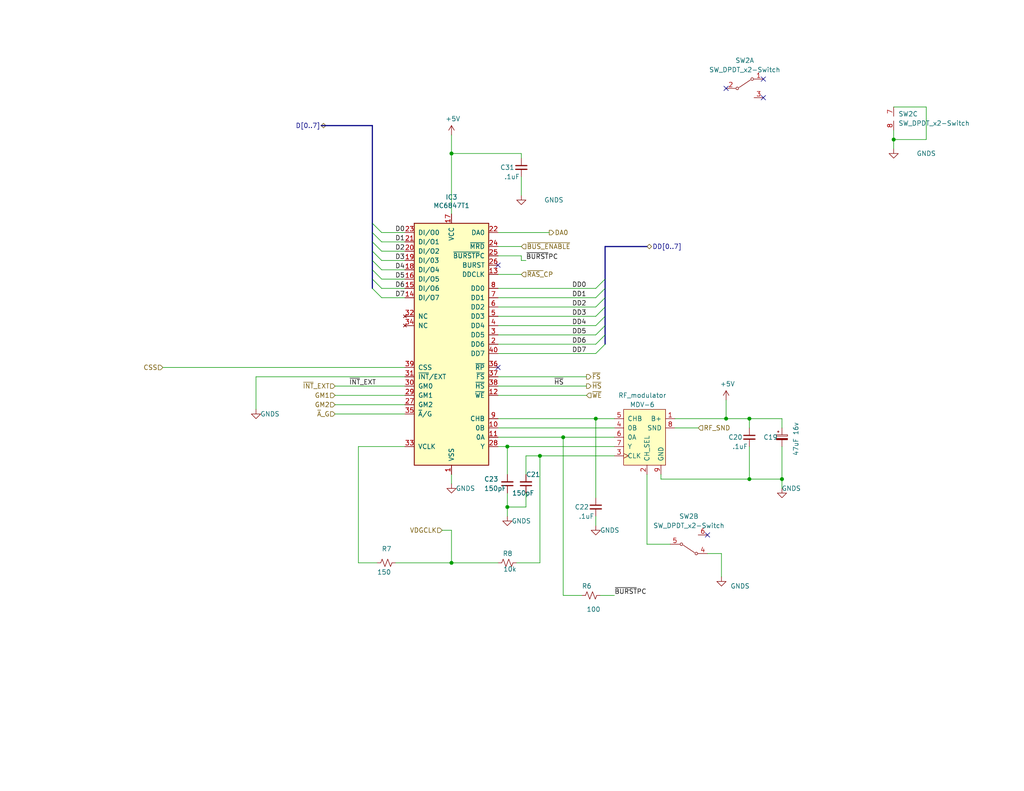
<source format=kicad_sch>
(kicad_sch (version 20230121) (generator eeschema)
  (paper "A")
  (title_block (title "TRS-80 Color Computer 2 (26-3134B & 26-3136B)") (date "2022-10-07") (rev "1.0.0") (company "Tandy Corporation") (comment 1 "Board # 20261058") (comment 3 "Reference board donated by MrDave6309") (comment 4 "Kicad schematic capture by Rocky Hill"))
  (lib_symbols
    (symbol "RF_Module_Tandy:RF_modulator_313xA" (pin_names (offset 1.016))
      (property "Reference" "U" (at 1.27 0 0))
      (property "Value" "RF_modulator_313xA" (at 3.81 -2.54 0))
      (symbol "RF_modulator_313xA_0_1"
        (rectangle (start -3.81 -3.81) (end 7.62 -19.05) (fill (type background)))
      )
      (symbol "RF_modulator_313xA_1_1"
        (pin power_in line (at 10.16 -6.35 180) (length 2.54) (name "B+") (number "1"))
        (pin input line (at 2.54 -21.59 90) (length 2.54) (name "CH_SEL") (number "2"))
        (pin input clock (at -6.35 -16.51 0) (length 2.54) (name "CLK") (number "3"))
        (pin input line (at -6.35 -8.89 0) (length 2.54) (name "0B") (number "4"))
        (pin input line (at -6.35 -6.35 0) (length 2.54) (name "CHB") (number "5"))
        (pin input line (at -6.35 -11.43 0) (length 2.54) (name "0A") (number "6"))
        (pin input line (at -6.35 -13.97 0) (length 2.54) (name "Y") (number "7"))
        (pin input line (at 10.16 -8.89 180) (length 2.54) (name "SND") (number "8"))
        (pin power_in line (at 6.35 -21.59 90) (length 2.54) (name "GND") (number "9"))
      )
    )
    (symbol "coco2-rescue:+5V-power" (power) (pin_names (offset 0))
      (property "Value" "+5V-power" (at 0 3.556 0))
      (symbol "+5V-power_0_1"
        (polyline (pts (xy -0.762 1.27) (xy 0 2.54)))
        (polyline (pts (xy 0 0) (xy 0 2.54)))
        (polyline (pts (xy 0 2.54) (xy 0.762 1.27)))
      )
      (symbol "+5V-power_1_1"
        (pin power_in line (at 0 0 90) (length 0) hide (name "+5V") (number "1"))
      )
    )
    (symbol "coco2-rescue:CP_Small-Device" (pin_numbers hide) (pin_names (offset 0.254) hide)
      (property "Reference" "C" (at 0.254 1.778 0))
      (property "Value" "CP_Small-Device" (at 0.254 -2.032 0))
      (symbol "CP_Small-Device_0_1"
        (rectangle (start -1.524 -0.3048) (end 1.524 -0.6858) (fill (type outline)))
        (rectangle (start -1.524 0.6858) (end 1.524 0.3048))
        (polyline (pts (xy -1.27 1.524) (xy -0.762 1.524)))
        (polyline (pts (xy -1.016 1.27) (xy -1.016 1.778)))
      )
      (symbol "CP_Small-Device_1_1"
        (pin passive line (at 0 2.54 270) (length 1.8542) (name "~") (number "1"))
        (pin passive line (at 0 -2.54 90) (length 1.8542) (name "~") (number "2"))
      )
    )
    (symbol "coco2-rescue:C_Small-Device" (pin_numbers hide) (pin_names (offset 0.254) hide)
      (property "Reference" "C" (at 0.254 1.778 0))
      (property "Value" "C_Small-Device" (at 0.254 -2.032 0))
      (symbol "C_Small-Device_0_1"
        (polyline (pts (xy -1.524 -0.508) (xy 1.524 -0.508)) (stroke (width 0.3302)))
        (polyline (pts (xy -1.524 0.508) (xy 1.524 0.508)) (stroke (width 0.3048)))
      )
      (symbol "C_Small-Device_1_1"
        (pin passive line (at 0 2.54 270) (length 2.032) (name "~") (number "1"))
        (pin passive line (at 0 -2.54 90) (length 2.032) (name "~") (number "2"))
      )
    )
    (symbol "coco2-rescue:GNDS-power" (power) (pin_names (offset 0))
      (property "Value" "GNDS-power" (at 0 -3.81 0))
      (symbol "GNDS-power_0_1"
        (polyline (pts (xy 0 0) (xy 0 -1.27) (xy 1.27 -1.27) (xy 0 -2.54) (xy -1.27 -1.27) (xy 0 -1.27)))
      )
      (symbol "GNDS-power_1_1"
        (pin power_in line (at 0 0 270) (length 0) hide (name "GNDS") (number "1"))
      )
    )
    (symbol "coco2-rescue:R_Small_US-Device" (pin_numbers hide) (pin_names (offset 0.254) hide)
      (property "Reference" "R" (at 0.762 0.508 0))
      (property "Value" "R_Small_US-Device" (at 0.762 -1.016 0))
      (symbol "R_Small_US-Device_1_1"
        (polyline (pts (xy 0 0) (xy 1.016 -0.381) (xy 0 -0.762) (xy -1.016 -1.143) (xy 0 -1.524)))
        (polyline (pts (xy 0 1.524) (xy 1.016 1.143) (xy 0 0.762) (xy -1.016 0.381) (xy 0 0)))
        (pin passive line (at 0 2.54 270) (length 1.016) (name "~") (number "1"))
        (pin passive line (at 0 -2.54 90) (length 1.016) (name "~") (number "2"))
      )
    )
    (symbol "coco2:MC6847T1" (pin_names (offset 1.016))
      (property "Reference" "U" (at -7.62 34.544 0))
      (property "Value" "MC6847T1" (at 10.16 34.544 0))
      (symbol "MC6847T1_0_1"
        (rectangle (start -10.16 -33.02) (end 10.16 33.02) (stroke (width 0.254)) (fill (type background)))
      )
      (symbol "MC6847T1_1_1"
        (pin power_in line (at 0 -35.56 90) (length 2.54) (name "VSS") (number "1"))
        (pin output line (at 12.7 -22.86 180) (length 2.54) (name "0B") (number "10"))
        (pin output line (at 12.7 -25.4 180) (length 2.54) (name "0A") (number "11"))
        (pin input line (at 12.7 -13.97 180) (length 2.54) (name "~{WE}") (number "12"))
        (pin input line (at 12.7 19.05 180) (length 2.54) (name "DDCLK") (number "13"))
        (pin bidirectional line (at -12.7 12.7 0) (length 2.54) (name "DI/O7") (number "14"))
        (pin bidirectional line (at -12.7 15.24 0) (length 2.54) (name "DI/O6") (number "15"))
        (pin bidirectional line (at -12.7 17.78 0) (length 2.54) (name "DI/O5") (number "16"))
        (pin power_in line (at 0 35.56 270) (length 2.54) (name "VCC") (number "17"))
        (pin bidirectional line (at -12.7 20.32 0) (length 2.54) (name "DI/O4") (number "18"))
        (pin bidirectional line (at -12.7 22.86 0) (length 2.54) (name "DI/03") (number "19"))
        (pin bidirectional line (at 12.7 0 180) (length 2.54) (name "DD6") (number "2"))
        (pin bidirectional line (at -12.7 25.4 0) (length 2.54) (name "DI/O2") (number "20"))
        (pin bidirectional line (at -12.7 27.94 0) (length 2.54) (name "DI/O1") (number "21"))
        (pin output line (at 12.7 30.48 180) (length 2.54) (name "DA0") (number "22"))
        (pin bidirectional line (at -12.7 30.48 0) (length 2.54) (name "DI/O0") (number "23"))
        (pin input line (at 12.7 26.67 180) (length 2.54) (name "~{MRD}") (number "24"))
        (pin output line (at 12.7 24.13 180) (length 2.54) (name "~{BURSTP}C") (number "25"))
        (pin output line (at 12.7 21.59 180) (length 2.54) (name "BURST") (number "26"))
        (pin input line (at -12.7 -16.51 0) (length 2.54) (name "GM2") (number "27"))
        (pin output line (at 12.7 -27.94 180) (length 2.54) (name "Y") (number "28"))
        (pin input line (at -12.7 -13.97 0) (length 2.54) (name "GM1") (number "29"))
        (pin bidirectional line (at 12.7 2.54 180) (length 2.54) (name "DD5") (number "3"))
        (pin input line (at -12.7 -11.43 0) (length 2.54) (name "GM0") (number "30"))
        (pin input line (at -12.7 -8.89 0) (length 2.54) (name "~{INT}/EXT") (number "31"))
        (pin no_connect line (at -12.7 7.62 0) (length 2.54) (name "NC") (number "32"))
        (pin input line (at -12.7 -27.94 0) (length 2.54) (name "VCLK") (number "33"))
        (pin no_connect line (at -12.7 5.08 0) (length 2.54) (name "NC") (number "34"))
        (pin input line (at -12.7 -19.05 0) (length 2.54) (name "~{A}/G") (number "35"))
        (pin output line (at 12.7 -6.35 180) (length 2.54) (name "~{RP}") (number "36"))
        (pin output line (at 12.7 -8.89 180) (length 2.54) (name "~{FS}") (number "37"))
        (pin output line (at 12.7 -11.43 180) (length 2.54) (name "~{HS}") (number "38"))
        (pin input line (at -12.7 -6.35 0) (length 2.54) (name "CSS") (number "39"))
        (pin bidirectional line (at 12.7 5.08 180) (length 2.54) (name "DD4") (number "4"))
        (pin bidirectional line (at 12.7 -2.54 180) (length 2.54) (name "DD7") (number "40"))
        (pin bidirectional line (at 12.7 7.62 180) (length 2.54) (name "DD3") (number "5"))
        (pin bidirectional line (at 12.7 10.16 180) (length 2.54) (name "DD2") (number "6"))
        (pin bidirectional line (at 12.7 12.7 180) (length 2.54) (name "DD1") (number "7"))
        (pin bidirectional line (at 12.7 15.24 180) (length 2.54) (name "DD0") (number "8"))
        (pin output line (at 12.7 -20.32 180) (length 2.54) (name "CHB") (number "9"))
      )
    )
    (symbol "coco2:SW_DPDT_x2-Switch" (pin_names (offset 0) hide)
      (property "Reference" "SW" (at 0 4.318 0))
      (property "Value" "SW_DPDT_x2-Switch" (at 0 -5.08 0))
      (symbol "SW_DPDT_x2-Switch_1_1"
        (circle (center -2.032 0) (radius 0.3592))
        (polyline (pts (xy -1.524 0.254) (xy 1.524 2.286)))
        (circle (center 2.032 2.54) (radius 0.3592))
        (pin passive line (at 5.08 2.54 180) (length 2.54) (name "A") (number "1"))
        (pin passive line (at -5.08 0 0) (length 2.54) (name "B") (number "2"))
        (pin passive line (at 5.08 -2.54 180) (length 2.54) (name "C") (number "3"))
      )
      (symbol "SW_DPDT_x2-Switch_2_1"
        (circle (center -2.032 0) (radius 0.3592))
        (polyline (pts (xy -1.524 0.254) (xy 1.524 2.286)))
        (circle (center 2.032 2.54) (radius 0.3592))
        (pin passive line (at 5.08 2.54 180) (length 2.54) (name "A") (number "4"))
        (pin passive line (at -5.08 0 0) (length 2.54) (name "B") (number "5"))
        (pin passive line (at 5.08 -2.54 180) (length 2.54) (name "C") (number "6"))
      )
      (symbol "SW_DPDT_x2-Switch_3_1"
        (pin passive line (at 2.54 2.54 270) (length 2.54) (name "GNDS") (number "7"))
        (pin passive line (at 2.54 -3.81 90) (length 2.54) (name "GNDS") (number "8"))
      )
    )
  )
  (junction (at 123.19 153.67))
  (junction (at 198.12 114.3))
  (junction (at 204.47 130.81))
  (junction (at 138.43 138.43))
  (junction (at 153.67 119.38))
  (junction (at 162.56 114.3))
  (junction (at 138.43 121.92))
  (junction (at 213.36 130.81))
  (junction (at 204.47 114.3))
  (junction (at 243.84 38.1))
  (junction (at 123.19 41.91))
  (junction (at 147.32 124.46))
  (no_connect (at 135.89 72.39))
  (no_connect (at 193.04 146.05))
  (no_connect (at 198.12 24.13))
  (no_connect (at 135.89 100.33))
  (no_connect (at 208.28 21.59))
  (no_connect (at 208.28 26.67))
  (bus_entry (at 101.6 73.66) (size 2.54 2.54))
  (bus_entry (at 162.56 83.82) (size 2.54 -2.54))
  (bus_entry (at 101.6 71.12) (size 2.54 2.54))
  (bus_entry (at 162.56 91.44) (size 2.54 -2.54))
  (bus_entry (at 162.56 81.28) (size 2.54 -2.54))
  (bus_entry (at 101.6 66.04) (size 2.54 2.54))
  (bus_entry (at 101.6 68.58) (size 2.54 2.54))
  (bus_entry (at 162.56 78.74) (size 2.54 -2.54))
  (bus_entry (at 162.56 86.36) (size 2.54 -2.54))
  (bus_entry (at 162.56 93.98) (size 2.54 -2.54))
  (bus_entry (at 101.6 78.74) (size 2.54 2.54))
  (bus_entry (at 162.56 88.9) (size 2.54 -2.54))
  (bus_entry (at 101.6 63.5) (size 2.54 2.54))
  (bus_entry (at 101.6 76.2) (size 2.54 2.54))
  (bus_entry (at 101.6 60.96) (size 2.54 2.54))
  (bus_entry (at 162.56 96.52) (size 2.54 -2.54))
  (wire (pts (xy 135.89 91.44) (xy 162.56 91.44)))
  (bus (pts (xy 101.6 63.5) (xy 101.6 66.04)))
  (wire (pts (xy 198.12 114.3) (xy 198.12 109.22)))
  (wire (pts (xy 110.49 81.28) (xy 104.14 81.28)))
  (bus (pts (xy 101.6 34.29) (xy 101.6 60.96)))
  (wire (pts (xy 198.12 114.3) (xy 204.47 114.3)))
  (wire (pts (xy 213.36 114.3) (xy 204.47 114.3)))
  (wire (pts (xy 213.36 121.92) (xy 213.36 130.81)))
  (wire (pts (xy 138.43 129.54) (xy 138.43 121.92)))
  (wire (pts (xy 142.24 69.85) (xy 142.24 71.12)))
  (wire (pts (xy 180.34 130.81) (xy 204.47 130.81)))
  (wire (pts (xy 135.89 88.9) (xy 162.56 88.9)))
  (wire (pts (xy 184.15 114.3) (xy 198.12 114.3)))
  (wire (pts (xy 162.56 114.3) (xy 167.64 114.3)))
  (wire (pts (xy 107.95 153.67) (xy 123.19 153.67)))
  (wire (pts (xy 123.19 129.54) (xy 123.19 132.08)))
  (wire (pts (xy 153.67 162.56) (xy 153.67 119.38)))
  (wire (pts (xy 135.89 69.85) (xy 142.24 69.85)))
  (wire (pts (xy 153.67 119.38) (xy 167.64 119.38)))
  (wire (pts (xy 153.67 162.56) (xy 158.75 162.56)))
  (wire (pts (xy 110.49 110.49) (xy 91.44 110.49)))
  (wire (pts (xy 135.89 119.38) (xy 153.67 119.38)))
  (wire (pts (xy 176.53 148.59) (xy 182.88 148.59)))
  (bus (pts (xy 101.6 68.58) (xy 101.6 71.12)))
  (wire (pts (xy 196.85 151.13) (xy 196.85 157.48)))
  (wire (pts (xy 142.24 48.26) (xy 142.24 53.34)))
  (wire (pts (xy 252.73 29.21) (xy 252.73 38.1)))
  (bus (pts (xy 101.6 76.2) (xy 101.6 78.74)))
  (wire (pts (xy 97.79 121.92) (xy 97.79 153.67)))
  (wire (pts (xy 135.89 67.31) (xy 142.24 67.31)))
  (wire (pts (xy 243.84 35.56) (xy 243.84 38.1)))
  (wire (pts (xy 213.36 130.81) (xy 204.47 130.81)))
  (wire (pts (xy 97.79 153.67) (xy 102.87 153.67)))
  (wire (pts (xy 143.51 134.62) (xy 143.51 138.43)))
  (wire (pts (xy 135.89 93.98) (xy 162.56 93.98)))
  (wire (pts (xy 180.34 130.81) (xy 180.34 129.54)))
  (wire (pts (xy 252.73 38.1) (xy 243.84 38.1)))
  (wire (pts (xy 110.49 76.2) (xy 104.14 76.2)))
  (wire (pts (xy 44.45 100.33) (xy 110.49 100.33)))
  (bus (pts (xy 165.1 91.44) (xy 165.1 93.98)))
  (wire (pts (xy 204.47 121.92) (xy 204.47 130.81)))
  (wire (pts (xy 138.43 134.62) (xy 138.43 138.43)))
  (wire (pts (xy 123.19 41.91) (xy 123.19 58.42)))
  (bus (pts (xy 87.63 34.29) (xy 101.6 34.29)))
  (wire (pts (xy 193.04 151.13) (xy 196.85 151.13)))
  (wire (pts (xy 123.19 36.83) (xy 123.19 41.91)))
  (wire (pts (xy 104.14 68.58) (xy 110.49 68.58)))
  (wire (pts (xy 135.89 121.92) (xy 138.43 121.92)))
  (wire (pts (xy 143.51 129.54) (xy 143.51 124.46)))
  (wire (pts (xy 147.32 124.46) (xy 147.32 153.67)))
  (wire (pts (xy 176.53 148.59) (xy 176.53 129.54)))
  (wire (pts (xy 135.89 114.3) (xy 162.56 114.3)))
  (wire (pts (xy 142.24 41.91) (xy 123.19 41.91)))
  (wire (pts (xy 143.51 138.43) (xy 138.43 138.43)))
  (wire (pts (xy 162.56 140.97) (xy 162.56 143.51)))
  (wire (pts (xy 243.84 29.21) (xy 252.73 29.21)))
  (bus (pts (xy 101.6 66.04) (xy 101.6 68.58)))
  (wire (pts (xy 184.15 116.84) (xy 190.5 116.84)))
  (wire (pts (xy 135.89 107.95) (xy 160.02 107.95)))
  (wire (pts (xy 110.49 113.03) (xy 91.44 113.03)))
  (bus (pts (xy 165.1 81.28) (xy 165.1 83.82)))
  (bus (pts (xy 165.1 67.31) (xy 176.53 67.31)))
  (wire (pts (xy 123.19 153.67) (xy 135.89 153.67)))
  (wire (pts (xy 104.14 78.74) (xy 110.49 78.74)))
  (wire (pts (xy 120.65 144.78) (xy 123.19 144.78)))
  (wire (pts (xy 135.89 81.28) (xy 162.56 81.28)))
  (wire (pts (xy 135.89 83.82) (xy 162.56 83.82)))
  (wire (pts (xy 135.89 86.36) (xy 162.56 86.36)))
  (wire (pts (xy 135.89 105.41) (xy 160.02 105.41)))
  (wire (pts (xy 140.97 153.67) (xy 147.32 153.67)))
  (bus (pts (xy 165.1 86.36) (xy 165.1 88.9)))
  (wire (pts (xy 142.24 74.93) (xy 135.89 74.93)))
  (wire (pts (xy 135.89 78.74) (xy 162.56 78.74)))
  (wire (pts (xy 213.36 130.81) (xy 213.36 133.35)))
  (bus (pts (xy 165.1 76.2) (xy 165.1 78.74)))
  (wire (pts (xy 110.49 121.92) (xy 97.79 121.92)))
  (wire (pts (xy 162.56 114.3) (xy 162.56 135.89)))
  (wire (pts (xy 135.89 96.52) (xy 162.56 96.52)))
  (wire (pts (xy 69.85 102.87) (xy 69.85 111.76)))
  (bus (pts (xy 165.1 67.31) (xy 165.1 76.2)))
  (wire (pts (xy 138.43 121.92) (xy 167.64 121.92)))
  (wire (pts (xy 243.84 38.1) (xy 243.84 40.64)))
  (bus (pts (xy 165.1 83.82) (xy 165.1 86.36)))
  (wire (pts (xy 142.24 71.12) (xy 143.51 71.12)))
  (wire (pts (xy 147.32 124.46) (xy 167.64 124.46)))
  (wire (pts (xy 149.86 63.5) (xy 135.89 63.5)))
  (wire (pts (xy 135.89 116.84) (xy 167.64 116.84)))
  (wire (pts (xy 138.43 138.43) (xy 138.43 140.97)))
  (wire (pts (xy 110.49 102.87) (xy 69.85 102.87)))
  (wire (pts (xy 104.14 73.66) (xy 110.49 73.66)))
  (wire (pts (xy 142.24 43.18) (xy 142.24 41.91)))
  (bus (pts (xy 165.1 78.74) (xy 165.1 81.28)))
  (wire (pts (xy 135.89 102.87) (xy 160.02 102.87)))
  (wire (pts (xy 91.44 105.41) (xy 110.49 105.41)))
  (bus (pts (xy 101.6 71.12) (xy 101.6 73.66)))
  (wire (pts (xy 213.36 116.84) (xy 213.36 114.3)))
  (bus (pts (xy 101.6 73.66) (xy 101.6 76.2)))
  (wire (pts (xy 143.51 124.46) (xy 147.32 124.46)))
  (wire (pts (xy 104.14 63.5) (xy 110.49 63.5)))
  (wire (pts (xy 110.49 66.04) (xy 104.14 66.04)))
  (wire (pts (xy 167.64 162.56) (xy 163.83 162.56)))
  (wire (pts (xy 123.19 144.78) (xy 123.19 153.67)))
  (bus (pts (xy 165.1 88.9) (xy 165.1 91.44)))
  (wire (pts (xy 110.49 71.12) (xy 104.14 71.12)))
  (wire (pts (xy 204.47 114.3) (xy 204.47 116.84)))
  (bus (pts (xy 101.6 60.96) (xy 101.6 63.5)))
  (wire (pts (xy 91.44 107.95) (xy 110.49 107.95)))
  (label "~{INT}_EXT" (at 95.25 105.41 0))
  (label "D2" (at 110.49 68.58 180))
  (label "~{BURST}PC" (at 167.64 162.56 0))
  (label "DD6" (at 160.02 93.98 180))
  (label "DD7" (at 160.02 96.52 180))
  (label "D3" (at 110.49 71.12 180))
  (label "D0" (at 110.49 63.5 180))
  (label "DD5" (at 160.02 91.44 180))
  (label "~{HS}" (at 151.13 105.41 0))
  (label "D4" (at 110.49 73.66 180))
  (label "DD4" (at 160.02 88.9 180))
  (label "D7" (at 110.49 81.28 180))
  (label "D6" (at 110.49 78.74 180))
  (label "~{BURST}PC" (at 143.51 71.12 0))
  (label "DD2" (at 160.02 83.82 180))
  (label "D1" (at 110.49 66.04 180))
  (label "DD1" (at 160.02 81.28 180))
  (label "DD3" (at 160.02 86.36 180))
  (label "D5" (at 110.49 76.2 180))
  (label "DD0" (at 160.02 78.74 180))
  (hierarchical_label "D[0..7]" (shape bidirectional) (at 88.9 34.29 180))
  (hierarchical_label "~{INT}_EXT" (shape input) (at 91.44 105.41 180))
  (hierarchical_label "VDGCLK" (shape input) (at 120.65 144.78 180))
  (hierarchical_label "DA0" (shape output) (at 149.86 63.5 0))
  (hierarchical_label "CSS" (shape input) (at 44.45 100.33 180))
  (hierarchical_label "~{A}_G" (shape input) (at 91.44 113.03 180))
  (hierarchical_label "RF_SND" (shape input) (at 190.5 116.84 0))
  (hierarchical_label "~{HS}" (shape output) (at 160.02 105.41 0))
  (hierarchical_label "~{BUS_ENABLE}" (shape input) (at 142.24 67.31 0))
  (hierarchical_label "~{RAS_}CP" (shape input) (at 142.24 74.93 0))
  (hierarchical_label "GM1" (shape input) (at 91.44 107.95 180))
  (hierarchical_label "GM2" (shape input) (at 91.44 110.49 180))
  (hierarchical_label "~{FS}" (shape output) (at 160.02 102.87 0))
  (hierarchical_label "~{WE}" (shape input) (at 160.02 107.95 0))
  (hierarchical_label "DD[0..7]" (shape bidirectional) (at 176.53 67.31 0))
  (symbol (lib_id "RF_Module_Tandy:RF_modulator_313xA") (at 173.99 107.95 0) (unit 1)
    (property "Reference" "MDV-6" (at 175.26 110.49 0))
    (property "Value" "RF_modulator" (at 175.26 107.95 0))
    (property "Footprint" "coco2:CoCo_2_3134A_RF_Modulator" (effects hide))
  )
  (symbol (lib_id "coco2-rescue:+5V-power") (at 123.19 36.83 0) (unit 1)
    (property "Reference" "#PWR0999051" (effects hide))
    (property "Value" "+5V" (at 123.571 32.4358 0))
  )
  (symbol (lib_id "coco2-rescue:GNDS-power") (at 138.43 140.97 0) (unit 1)
    (property "Reference" "#PWR0999058" (effects hide))
    (property "Value" "GNDS" (at 142.24 142.24 0))
  )
  (symbol (lib_id "coco2-rescue:GNDS-power") (at 213.36 133.35 0) (unit 1)
    (property "Reference" "#PWR0999057" (effects hide))
    (property "Value" "GNDS" (at 215.9 133.35 0))
  )
  (symbol (lib_id "coco2-rescue:+5V-power") (at 198.12 109.22 0) (unit 1)
    (property "Reference" "#PWR0999056" (effects hide))
    (property "Value" "+5V" (at 198.501 104.8258 0))
  )
  (symbol (lib_id "coco2-rescue:R_Small_US-Device") (at 105.41 153.67 270) (unit 1)
    (property "Reference" "R7" (at 104.14 149.86 90) (effects (justify left)))
    (property "Value" "150" (at 102.87 156.21 90) (effects (justify left)))
    (property "Footprint" "Resistor_THT:R_Axial_DIN0207_L6.3mm_D2.5mm_P10.16mm_Horizontal" (effects hide))
    (property "Datasheet" "https://www.seielect.com/catalog/sei-cf_cfm.pdf" (effects hide))
    (property "Vendor" "digikey" (effects hide))
    (property "Vendor part#" "CF14JT150RCT-ND " (effects hide))
    (property "Manufacturer part#" "CF14JT150R" (effects hide))
  )
  (symbol (lib_id "coco2-rescue:R_Small_US-Device") (at 138.43 153.67 270) (unit 1)
    (property "Reference" "R8" (at 137.16 151.13 90) (effects (justify left)))
    (property "Value" "10k" (at 137.287 155.3972 90) (effects (justify left)))
    (property "Footprint" "Resistor_THT:R_Axial_DIN0207_L6.3mm_D2.5mm_P10.16mm_Horizontal" (effects hide))
    (property "Datasheet" "https://www.seielect.com/catalog/sei-cf_cfm.pdf" (effects hide))
    (property "Vendor" "digikey" (effects hide))
    (property "Vendor part#" "CF14JT10K0CT-ND" (effects hide))
    (property "Manufacturer part#" "CF14JT10K0" (effects hide))
  )
  (symbol (lib_id "coco2-rescue:C_Small-Device") (at 138.43 132.08 180) (unit 1)
    (property "Reference" "C23" (at 132.08 130.81 0) (effects (justify right)))
    (property "Value" "150pF" (at 132.08 133.35 0) (effects (justify right)))
    (property "Footprint" "Capacitor_THT:C_Rect_L7.2mm_W2.5mm_P5.00mm_FKS2_FKP2_MKS2_MKP2" (effects hide))
    (property "Datasheet" "https://product.tdk.com/info/en/catalog/datasheets/leadmlcc_halogenfree_fa_en.pdf?ref_disty=digikey" (effects hide))
    (property "Vendor" "digikey" (effects hide))
    (property "Vendor part#" "445-180756-1-ND" (effects hide))
    (property "Manufacturer part#" "FA28C0G2E151JNU06" (effects hide))
  )
  (symbol (lib_id "coco2-rescue:C_Small-Device") (at 143.51 132.08 180) (unit 1)
    (property "Reference" "C21" (at 143.51 129.54 0) (effects (justify right)))
    (property "Value" "150pF" (at 139.7 134.62 0) (effects (justify right)))
    (property "Footprint" "Capacitor_THT:C_Rect_L7.2mm_W2.5mm_P5.00mm_FKS2_FKP2_MKS2_MKP2" (effects hide))
    (property "Datasheet" "https://product.tdk.com/info/en/catalog/datasheets/leadmlcc_halogenfree_fa_en.pdf?ref_disty=digikey" (effects hide))
    (property "Vendor" "digikey" (effects hide))
    (property "Vendor part#" "445-180756-1-ND" (effects hide))
    (property "Manufacturer part#" "FA28C0G2E151JNU06" (effects hide))
  )
  (symbol (lib_id "coco2-rescue:R_Small_US-Device") (at 161.29 162.56 270) (unit 1)
    (property "Reference" "R6" (at 158.75 160.02 90) (effects (justify left)))
    (property "Value" "100" (at 160.02 166.37 90) (effects (justify left)))
    (property "Footprint" "Resistor_THT:R_Axial_DIN0207_L6.3mm_D2.5mm_P10.16mm_Horizontal" (effects hide))
    (property "Datasheet" "https://www.yageo.com/upload/media/product/products/datasheet/lr/Yageo_LR_MFR_1.pdf" (effects hide))
    (property "Vendor" "digikey" (effects hide))
    (property "Vendor part#" "100XBK-ND" (effects hide))
    (property "Manufacturer part#" "MFR-25FBF52-100R" (effects hide))
  )
  (symbol (lib_id "coco2-rescue:C_Small-Device") (at 204.47 119.38 0) (unit 1)
    (property "Reference" "C20" (at 200.66 119.38 0))
    (property "Value" ".1uF" (at 201.93 121.92 0))
    (property "Footprint" "Capacitor_THT:C_Disc_D4.7mm_W2.5mm_P5.00mm" (effects hide))
    (property "Datasheet" " https://search.murata.co.jp/Ceramy/image/img/A01X/G101/ENG/RDE_X7R_250V-1kV_E.pdf" (effects hide))
    (property "Vendor" "digikey" (effects hide))
    (property "Vendor part#" "490-8814-ND" (effects hide))
    (property "Manufacturer part#" "RDER71H104K0K1H03B" (effects hide))
  )
  (symbol (lib_id "coco2-rescue:CP_Small-Device") (at 213.36 119.38 0) (unit 1)
    (property "Reference" "C19" (at 208.28 119.38 0) (effects (justify left)))
    (property "Value" "47uF 16v" (at 217.17 124.46 90) (effects (justify left)))
    (property "Footprint" "Capacitor_THT:CP_Radial_D5.0mm_P2.00mm" (effects hide))
    (property "Datasheet" "https://www.nichicon.co.jp/english/products/pdfs/e-uld.pdf" (effects hide))
    (property "Vendor" "digikey" (effects hide))
    (property "Vendor part#" "493-16246-1-ND" (effects hide))
    (property "Manufacturer part#" "ULD1C470MDD1TD" (effects hide))
  )
  (symbol (lib_id "coco2-rescue:C_Small-Device") (at 142.24 45.72 0) (unit 1)
    (property "Reference" "C31" (at 138.43 45.72 0))
    (property "Value" ".1uF" (at 139.7 48.26 0))
    (property "Footprint" "Capacitor_THT:C_Disc_D4.7mm_W2.5mm_P5.00mm" (effects hide))
    (property "Datasheet" " https://search.murata.co.jp/Ceramy/image/img/A01X/G101/ENG/RDE_X7R_250V-1kV_E.pdf" (effects hide))
    (property "Vendor" "digikey" (effects hide))
    (property "Vendor part#" "490-8814-ND" (effects hide))
    (property "Manufacturer part#" "RDER71H104K0K1H03B" (effects hide))
  )
  (symbol (lib_id "coco2-rescue:GNDS-power") (at 142.24 53.34 0) (unit 1)
    (property "Reference" "#PWR0999052" (effects hide))
    (property "Value" "GNDS" (at 151.13 54.61 0))
  )
  (symbol (lib_id "coco2-rescue:GNDS-power") (at 123.19 132.08 0) (unit 1)
    (property "Reference" "#PWR0117" (effects hide))
    (property "Value" "GNDS" (at 127 133.35 0))
  )
  (symbol (lib_id "coco2-rescue:C_Small-Device") (at 162.56 138.43 0) (unit 1)
    (property "Reference" "C22" (at 158.75 138.43 0))
    (property "Value" ".1uF" (at 160.02 140.97 0))
    (property "Footprint" "Capacitor_THT:C_Disc_D4.7mm_W2.5mm_P5.00mm" (effects hide))
    (property "Datasheet" " https://search.murata.co.jp/Ceramy/image/img/A01X/G101/ENG/RDE_X7R_250V-1kV_E.pdf" (effects hide))
    (property "Vendor" "digikey" (effects hide))
    (property "Vendor part#" "490-8814-ND" (effects hide))
    (property "Manufacturer part#" "RDER71H104K0K1H03B" (effects hide))
  )
  (symbol (lib_id "coco2-rescue:GNDS-power") (at 162.56 143.51 0) (unit 1)
    (property "Reference" "#PWR0118" (effects hide))
    (property "Value" "GNDS" (at 166.37 144.78 0))
  )
  (symbol (lib_id "coco2:MC6847T1") (at 123.19 93.98 0) (unit 1)
    (property "Reference" "IC3" (at 123.19 53.8226 0))
    (property "Value" "MC6847T1" (at 123.19 56.134 0))
    (property "Footprint" "Package_DIP:DIP-40_W15.24mm_Socket" (effects hide))
    (property "Datasheet" "https://colorcomputerarchive.com/repo/Documents/Datasheets/MC6847T1%20MOS%20Video%20Display%20Generator%20%28Motorola%29.pdf" (effects hide))
  )
  (symbol (lib_id "coco2-rescue:GNDS-power") (at 69.85 111.76 0) (unit 1)
    (property "Reference" "#PWR0135" (effects hide))
    (property "Value" "GNDS" (at 73.66 113.03 0))
  )
  (symbol (lib_id "coco2-rescue:GNDS-power") (at 196.85 157.48 0) (unit 1)
    (property "Reference" "#PWR0134" (effects hide))
    (property "Value" "GNDS" (at 201.93 160.02 0))
  )
  (symbol (lib_id "coco2:SW_DPDT_x2-Switch") (at 203.2 24.13 0) (unit 1)
    (property "Reference" "SW2" (at 203.2 16.51 0))
    (property "Value" "SW_DPDT_x2-Switch" (at 203.2 19.05 0))
    (property "Footprint" "coco2:MFS201N-16-Z" (effects hide))
    (property "Datasheet" "https://www.nidec-copal-electronics.com/e/catalog/switch/mfs.pdf" (effects hide))
    (property "vendor" "digikey" (effects hide))
    (property "vendor part#" "563-1558-ND" (effects hide))
    (property "manufacturer part#" "MFS201N-16-Z" (effects hide))
  )
  (symbol (lib_id "coco2-rescue:GNDS-power") (at 243.84 40.64 0) (unit 1)
    (property "Reference" "#PWR0131" (effects hide))
    (property "Value" "GNDS" (at 252.73 41.91 0))
  )
  (symbol (lib_id "coco2:SW_DPDT_x2-Switch") (at 187.96 148.59 0) (mirror x) (unit 2)
    (property "Reference" "SW2" (at 187.96 140.97 0))
    (property "Value" "SW_DPDT_x2-Switch" (at 187.96 143.51 0))
    (property "Footprint" "coco2:MFS201N-16-Z" (effects hide))
    (property "Datasheet" "https://www.nidec-copal-electronics.com/e/catalog/switch/mfs.pdf" (effects hide))
    (property "vendor" "digikey" (effects hide))
    (property "vendor part#" "563-1558-ND" (effects hide))
    (property "manufacturer part#" "MFS201N-16-Z" (effects hide))
  )
  (symbol (lib_id "coco2:SW_DPDT_x2-Switch") (at 241.3 31.75 0) (unit 3)
    (property "Reference" "SW2" (at 245.11 31.1149 0) (effects (justify left)))
    (property "Value" "SW_DPDT_x2-Switch" (at 245.11 33.6549 0) (effects (justify left)))
    (property "Footprint" "coco2:MFS201N-16-Z" (effects hide))
    (property "Datasheet" "https://www.nidec-copal-electronics.com/e/catalog/switch/mfs.pdf" (effects hide))
    (property "vendor" "digikey" (effects hide))
    (property "vendor part#" "563-1558-ND" (effects hide))
    (property "manufacturer part#" "MFS201N-16-Z" (effects hide))
  )
)
</source>
